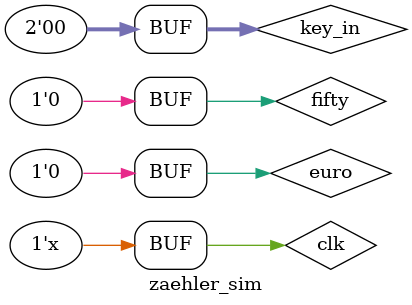
<source format=v>
`timescale 1ns / 1ps


module zaehler_sim();
reg clk;
reg [1:0]key_in;
reg fifty;
reg euro;
reg led1;
reg led2;


wire fiftyOut;
wire euroOut;
wire fiftyTapOut;
wire euroTapOut;
wire fiftyBufferOut;
wire euroBufferOut;
      
zaehler u_zaehler(
              clk,
              key_in,
              fiftyOut,
              euroOut,    
              fiftyBuffer,
              euroBuffer,
              fiftyTap,
              euroTap,
              productLed,
              productchangeLed
        ); 
// fifty + euro  
/* 
initial begin
    fifty=0;
    euro=0; 
    clk  = 1'b0;
    key_in = 2'b00;
    #30 key_in = 2'b01;
    #30 key_in = 2'b00;
    #30 key_in = 2'b10;
    #30 key_in = 2'b00;
end  
*/
//fifty + fifty
initial begin
    fifty=0;
    euro=0; 
    clk  = 1'b0;
    key_in = 2'b00;
    #30 key_in = 2'b01;
    #30 key_in = 2'b00;
    #30 key_in = 2'b01;
    #30 key_in = 2'b00;
     #30 key_in = 2'b10;
    #30 key_in = 2'b00;
    #30 key_in = 2'b00;
    #30 key_in = 2'b00;
end 

//euro 
/*
initial begin
    fifty=0;
    euro=0; 
    clk  = 1'b0;
    key_in = 2'b00;
    #30 key_in = 2'b10;
    #30 key_in = 2'b00;
    #30 key_in = 2'b00;
    #30 key_in = 2'b00;
end   
*/      
always #2 clk = ~clk;       
endmodule
</source>
